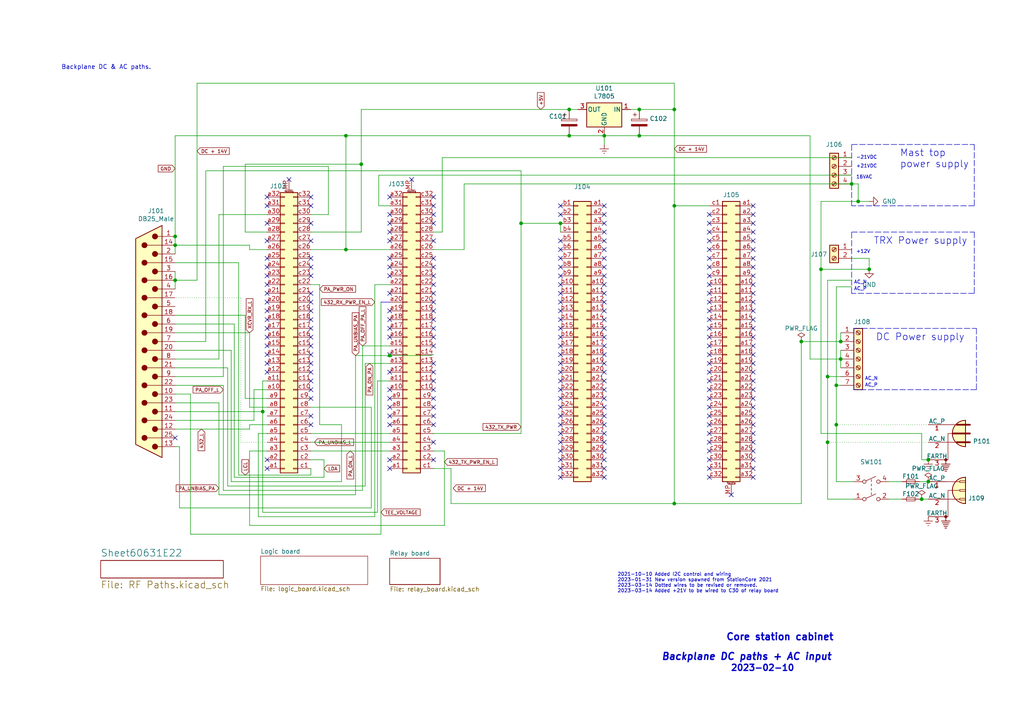
<source format=kicad_sch>
(kicad_sch (version 20230121) (generator eeschema)
  (paper "A4")
  (lib_symbols
    (symbol "AQsymbol-lib:DIN2" (pin_names (offset 0) hide)
      (property "Reference" "J" (at -1.27 40.64 0))
      (symbol "DIN2_1_1"
        (text "Mounting" (at 0 -42.291 0) (effects (font (size 0.381 0.381))))
        (pin passive line (at 0 -45.72 90) (length 3.048) (name "MountPin") (number "MP"))
        (pin passive line (at -6.35 38.1 0) (length 3.81) (name "Pin_a1") (number "a1"))
        (pin passive line (at -6.35 15.24 0) (length 3.81) (name "Pin_a10") (number "a10"))
        (pin passive line (at -6.35 12.7 0) (length 3.81) (name "Pin_a11") (number "a11"))
        (pin passive line (at -6.35 10.16 0) (length 3.81) (name "Pin_a12") (number "a12"))
        (pin passive line (at -6.35 7.62 0) (length 3.81) (name "Pin_a13") (number "a13"))
        (pin passive line (at -6.35 5.08 0) (length 3.81) (name "Pin_a14") (number "a14"))
        (pin passive line (at -6.35 2.54 0) (length 3.81) (name "Pin_a15") (number "a15"))
        (pin passive line (at -6.35 0 0) (length 3.81) (name "Pin_a16") (number "a16"))
        (pin passive line (at -6.35 -2.54 0) (length 3.81) (name "Pin_a17") (number "a17"))
        (pin passive line (at -6.35 -5.08 0) (length 3.81) (name "Pin_a18") (number "a18"))
        (pin passive line (at -6.35 -7.62 0) (length 3.81) (name "Pin_a19") (number "a19"))
        (pin passive line (at -6.35 35.56 0) (length 3.81) (name "Pin_a2") (number "a2"))
        (pin passive line (at -6.35 -10.16 0) (length 3.81) (name "Pin_a20") (number "a20"))
        (pin passive line (at -6.35 -12.7 0) (length 3.81) (name "Pin_a21") (number "a21"))
        (pin passive line (at -6.35 -15.24 0) (length 3.81) (name "Pin_a22") (number "a22"))
        (pin passive line (at -6.35 -17.78 0) (length 3.81) (name "Pin_a23") (number "a23"))
        (pin passive line (at -6.35 -20.32 0) (length 3.81) (name "Pin_a24") (number "a24"))
        (pin passive line (at -6.35 -22.86 0) (length 3.81) (name "Pin_a25") (number "a25"))
        (pin passive line (at -6.35 -25.4 0) (length 3.81) (name "Pin_a26") (number "a26"))
        (pin passive line (at -6.35 -27.94 0) (length 3.81) (name "Pin_a27") (number "a27"))
        (pin passive line (at -6.35 -30.48 0) (length 3.81) (name "Pin_a28") (number "a28"))
        (pin passive line (at -6.35 -33.02 0) (length 3.81) (name "Pin_a29") (number "a29"))
        (pin passive line (at -6.35 33.02 0) (length 3.81) (name "Pin_a3") (number "a3"))
        (pin passive line (at -6.35 -35.56 0) (length 3.81) (name "Pin_a30") (number "a30"))
        (pin passive line (at -6.35 -38.1 0) (length 3.81) (name "Pin_a31") (number "a31"))
        (pin passive line (at -6.35 -40.64 0) (length 3.81) (name "Pin_a32") (number "a32"))
        (pin passive line (at -6.35 30.48 0) (length 3.81) (name "Pin_a4") (number "a4"))
        (pin passive line (at -6.35 27.94 0) (length 3.81) (name "Pin_a5") (number "a5"))
        (pin passive line (at -6.35 25.4 0) (length 3.81) (name "Pin_a6") (number "a6"))
        (pin passive line (at -6.35 22.86 0) (length 3.81) (name "Pin_a7") (number "a7"))
        (pin passive line (at -6.35 20.32 0) (length 3.81) (name "Pin_a8") (number "a8"))
        (pin passive line (at -6.35 17.78 0) (length 3.81) (name "Pin_a9") (number "a9"))
        (pin passive line (at 6.35 38.1 180) (length 3.81) (name "Pin_c1") (number "c1"))
        (pin passive line (at 6.35 15.24 180) (length 3.81) (name "Pin_c10") (number "c10"))
        (pin passive line (at 6.35 12.7 180) (length 3.81) (name "Pin_c11") (number "c11"))
        (pin passive line (at 6.35 10.16 180) (length 3.81) (name "Pin_c12") (number "c12"))
        (pin passive line (at 6.35 7.62 180) (length 3.81) (name "Pin_c13") (number "c13"))
        (pin passive line (at 6.35 5.08 180) (length 3.81) (name "Pin_c14") (number "c14"))
        (pin passive line (at 6.35 2.54 180) (length 3.81) (name "Pin_c15") (number "c15"))
        (pin passive line (at 6.35 0 180) (length 3.81) (name "Pin_c16") (number "c16"))
        (pin passive line (at 6.35 -2.54 180) (length 3.81) (name "Pin_c17") (number "c17"))
        (pin passive line (at 6.35 -5.08 180) (length 3.81) (name "Pin_c18") (number "c18"))
        (pin passive line (at 6.35 -7.62 180) (length 3.81) (name "Pin_c19") (number "c19"))
        (pin passive line (at 6.35 35.56 180) (length 3.81) (name "Pin_c2") (number "c2"))
        (pin passive line (at 6.35 -10.16 180) (length 3.81) (name "Pin_c20") (number "c20"))
        (pin passive line (at 6.35 -12.7 180) (length 3.81) (name "Pin_c21") (number "c21"))
        (pin passive line (at 6.35 -15.24 180) (length 3.81) (name "Pin_c22") (number "c22"))
        (pin passive line (at 6.35 -17.78 180) (length 3.81) (name "Pin_c23") (number "c23"))
        (pin passive line (at 6.35 -20.32 180) (length 3.81) (name "Pin_c24") (number "c24"))
        (pin passive line (at 6.35 -22.86 180) (length 3.81) (name "Pin_c25") (number "c25"))
        (pin passive line (at 6.35 -25.4 180) (length 3.81) (name "Pin_c26") (number "c26"))
        (pin passive line (at 6.35 -27.94 180) (length 3.81) (name "Pin_c27") (number "c27"))
        (pin passive line (at 6.35 -30.48 180) (length 3.81) (name "Pin_c28") (number "c28"))
        (pin passive line (at 6.35 -33.02 180) (length 3.81) (name "Pin_c29") (number "c29"))
        (pin passive line (at 6.35 33.02 180) (length 3.81) (name "Pin_c3") (number "c3"))
        (pin passive line (at 6.35 -35.56 180) (length 3.81) (name "Pin_c30") (number "c30"))
        (pin passive line (at 6.35 -38.1 180) (length 3.81) (name "Pin_c31") (number "c31"))
        (pin passive line (at 6.35 -40.64 180) (length 3.81) (name "Pin_c32") (number "c32"))
        (pin passive line (at 6.35 30.48 180) (length 3.81) (name "Pin_c4") (number "c4"))
        (pin passive line (at 6.35 27.94 180) (length 3.81) (name "Pin_c5") (number "c5"))
        (pin passive line (at 6.35 25.4 180) (length 3.81) (name "Pin_c6") (number "c6"))
        (pin passive line (at 6.35 22.86 180) (length 3.81) (name "Pin_c7") (number "c7"))
        (pin passive line (at 6.35 20.32 180) (length 3.81) (name "Pin_c8") (number "c8"))
        (pin passive line (at 6.35 17.78 180) (length 3.81) (name "Pin_c9") (number "c9"))
      )
    )
    (symbol "Connector:Conn_WallPlug_Earth" (pin_names (offset 0))
      (property "Reference" "P" (at 0 3.81 0))
      (property "Value" "Conn_WallPlug_Earth" (at -5.08 0 90))
      (symbol "Conn_WallPlug_Earth_1_1"
        (pin power_out line (at 7.62 2.54 180) (length 5.08) (name "AC_P") (number "1"))
        (pin power_out line (at 7.62 -2.54 180) (length 5.08) (name "AC_N") (number "2"))
        (pin passive line (at 7.62 -7.62 180) (length 5.08) (name "EARTH") (number "3"))
      )
    )
    (symbol "Connector:Conn_WallSocket_Earth" (pin_names (offset 0))
      (property "Reference" "J" (at 3.81 6.985 0))
      (property "Value" "Conn_WallSocket_Earth" (at 7.62 2.54 90))
      (symbol "Conn_WallSocket_Earth_1_1"
        (pin power_in line (at -5.08 5.08 0) (length 5.08) (name "AC_P") (number "1"))
        (pin power_in line (at -5.08 0 0) (length 5.08) (name "AC_N") (number "2"))
        (pin passive line (at -5.08 -5.08 0) (length 5.08) (name "EARTH") (number "3"))
      )
    )
    (symbol "Connector:DB25_Male" (pin_names (offset 1.016) hide)
      (property "Reference" "J" (at 0 34.29 0))
      (property "Value" "DB25_Male" (at 0 -34.925 0))
      (symbol "DB25_Male_1_1"
        (pin passive line (at -7.62 -30.48 0) (length 3.81) (name "1") (number "1"))
        (pin passive line (at -7.62 15.24 0) (length 3.81) (name "10") (number "10"))
        (pin passive line (at -7.62 20.32 0) (length 3.81) (name "11") (number "11"))
        (pin passive line (at -7.62 25.4 0) (length 3.81) (name "12") (number "12"))
        (pin passive line (at -7.62 30.48 0) (length 3.81) (name "13") (number "13"))
        (pin passive line (at -7.62 -27.94 0) (length 3.81) (name "P14") (number "14"))
        (pin passive line (at -7.62 -22.86 0) (length 3.81) (name "P15") (number "15"))
        (pin passive line (at -7.62 -17.78 0) (length 3.81) (name "P16") (number "16"))
        (pin passive line (at -7.62 -12.7 0) (length 3.81) (name "P17") (number "17"))
        (pin passive line (at -7.62 -7.62 0) (length 3.81) (name "P18") (number "18"))
        (pin passive line (at -7.62 -2.54 0) (length 3.81) (name "P19") (number "19"))
        (pin passive line (at -7.62 -25.4 0) (length 3.81) (name "2") (number "2"))
        (pin passive line (at -7.62 2.54 0) (length 3.81) (name "P20") (number "20"))
        (pin passive line (at -7.62 7.62 0) (length 3.81) (name "P21") (number "21"))
        (pin passive line (at -7.62 12.7 0) (length 3.81) (name "P22") (number "22"))
        (pin passive line (at -7.62 17.78 0) (length 3.81) (name "P23") (number "23"))
        (pin passive line (at -7.62 22.86 0) (length 3.81) (name "P24") (number "24"))
        (pin passive line (at -7.62 27.94 0) (length 3.81) (name "P25") (number "25"))
        (pin passive line (at -7.62 -20.32 0) (length 3.81) (name "3") (number "3"))
        (pin passive line (at -7.62 -15.24 0) (length 3.81) (name "4") (number "4"))
        (pin passive line (at -7.62 -10.16 0) (length 3.81) (name "5") (number "5"))
        (pin passive line (at -7.62 -5.08 0) (length 3.81) (name "6") (number "6"))
        (pin passive line (at -7.62 0 0) (length 3.81) (name "7") (number "7"))
        (pin passive line (at -7.62 5.08 0) (length 3.81) (name "8") (number "8"))
        (pin passive line (at -7.62 10.16 0) (length 3.81) (name "9") (number "9"))
      )
    )
    (symbol "Connector:Screw_Terminal_01x02" (pin_names (offset 1.016) hide)
      (property "Reference" "J" (at 0 2.54 0))
      (property "Value" "Screw_Terminal_01x02" (at 0 -5.08 0))
      (symbol "Screw_Terminal_01x02_1_1"
        (pin passive line (at -5.08 0 0) (length 3.81) (name "Pin_1") (number "1"))
        (pin passive line (at -5.08 -2.54 0) (length 3.81) (name "Pin_2") (number "2"))
      )
    )
    (symbol "Connector:Screw_Terminal_01x04" (pin_names (offset 1.016) hide)
      (property "Reference" "J" (at 0 5.08 0))
      (property "Value" "Screw_Terminal_01x04" (at 0 -7.62 0))
      (symbol "Screw_Terminal_01x04_1_1"
        (pin passive line (at -5.08 2.54 0) (length 3.81) (name "Pin_1") (number "1"))
        (pin passive line (at -5.08 0 0) (length 3.81) (name "Pin_2") (number "2"))
        (pin passive line (at -5.08 -2.54 0) (length 3.81) (name "Pin_3") (number "3"))
        (pin passive line (at -5.08 -5.08 0) (length 3.81) (name "Pin_4") (number "4"))
      )
    )
    (symbol "Connector:Screw_Terminal_01x07" (pin_names (offset 1.016) hide)
      (property "Reference" "J" (at 0 10.16 0))
      (property "Value" "Screw_Terminal_01x07" (at 0 -10.16 0))
      (symbol "Screw_Terminal_01x07_1_1"
        (pin passive line (at -5.08 7.62 0) (length 3.81) (name "Pin_1") (number "1"))
        (pin passive line (at -5.08 5.08 0) (length 3.81) (name "Pin_2") (number "2"))
        (pin passive line (at -5.08 2.54 0) (length 3.81) (name "Pin_3") (number "3"))
        (pin passive line (at -5.08 0 0) (length 3.81) (name "Pin_4") (number "4"))
        (pin passive line (at -5.08 -2.54 0) (length 3.81) (name "Pin_5") (number "5"))
        (pin passive line (at -5.08 -5.08 0) (length 3.81) (name "Pin_6") (number "6"))
        (pin passive line (at -5.08 -7.62 0) (length 3.81) (name "Pin_7") (number "7"))
      )
    )
    (symbol "Connector_Generic:Conn_02x32_Row_Letter_First" (pin_names (offset 1.016) hide)
      (property "Reference" "J" (at 1.27 40.64 0))
      (property "Value" "Conn_02x32_Row_Letter_First" (at 1.27 -43.18 0))
      (symbol "Conn_02x32_Row_Letter_First_1_1"
        (pin passive line (at -5.08 38.1 0) (length 3.81) (name "Pin_a1") (number "a1"))
        (pin passive line (at -5.08 15.24 0) (length 3.81) (name "Pin_a10") (number "a10"))
        (pin passive line (at -5.08 12.7 0) (length 3.81) (name "Pin_a11") (number "a11"))
        (pin passive line (at -5.08 10.16 0) (length 3.81) (name "Pin_a12") (number "a12"))
        (pin passive line (at -5.08 7.62 0) (length 3.81) (name "Pin_a13") (number "a13"))
        (pin passive line (at -5.08 5.08 0) (length 3.81) (name "Pin_a14") (number "a14"))
        (pin passive line (at -5.08 2.54 0) (length 3.81) (name "Pin_a15") (number "a15"))
        (pin passive line (at -5.08 0 0) (length 3.81) (name "Pin_a16") (number "a16"))
        (pin passive line (at -5.08 -2.54 0) (length 3.81) (name "Pin_a17") (number "a17"))
        (pin passive line (at -5.08 -5.08 0) (length 3.81) (name "Pin_a18") (number "a18"))
        (pin passive line (at -5.08 -7.62 0) (length 3.81) (name "Pin_a19") (number "a19"))
        (pin passive line (at -5.08 35.56 0) (length 3.81) (name "Pin_a2") (number "a2"))
        (pin passive line (at -5.08 -10.16 0) (length 3.81) (name "Pin_a20") (number "a20"))
        (pin passive line (at -5.08 -12.7 0) (length 3.81) (name "Pin_a21") (number "a21"))
        (pin passive line (at -5.08 -15.24 0) (length 3.81) (name "Pin_a22") (number "a22"))
        (pin passive line (at -5.08 -17.78 0) (length 3.81) (name "Pin_a23") (number "a23"))
        (pin passive line (at -5.08 -20.32 0) (length 3.81) (name "Pin_a24") (number "a24"))
        (pin passive line (at -5.08 -22.86 0) (length 3.81) (name "Pin_a25") (number "a25"))
        (pin passive line (at -5.08 -25.4 0) (length 3.81) (name "Pin_a26") (number "a26"))
        (pin passive line (at -5.08 -27.94 0) (length 3.81) (name "Pin_a27") (number "a27"))
        (pin passive line (at -5.08 -30.48 0) (length 3.81) (name "Pin_a28") (number "a28"))
        (pin passive line (at -5.08 -33.02 0) (length 3.81) (name "Pin_a29") (number "a29"))
        (pin passive line (at -5.08 33.02 0) (length 3.81) (name "Pin_a3") (number "a3"))
        (pin passive line (at -5.08 -35.56 0) (length 3.81) (name "Pin_a30") (number "a30"))
        (pin passive line (at -5.08 -38.1 0) (length 3.81) (name "Pin_a31") (number "a31"))
        (pin passive line (at -5.08 -40.64 0) (length 3.81) (name "Pin_a32") (number "a32"))
        (pin passive line (at -5.08 30.48 0) (length 3.81) (name "Pin_a4") (number "a4"))
        (pin passive line (at -5.08 27.94 0) (length 3.81) (name "Pin_a5") (number "a5"))
        (pin passive line (at -5.08 25.4 0) (length 3.81) (name "Pin_a6") (number "a6"))
        (pin passive line (at -5.08 22.86 0) (length 3.81) (name "Pin_a7") (number "a7"))
        (pin passive line (at -5.08 20.32 0) (length 3.81) (name "Pin_a8") (number "a8"))
        (pin passive line (at -5.08 17.78 0) (length 3.81) (name "Pin_a9") (number "a9"))
        (pin passive line (at 7.62 38.1 180) (length 3.81) (name "Pin_b1") (number "b1"))
        (pin passive line (at 7.62 15.24 180) (length 3.81) (name "Pin_b10") (number "b10"))
        (pin passive line (at 7.62 12.7 180) (length 3.81) (name "Pin_b11") (number "b11"))
        (pin passive line (at 7.62 10.16 180) (length 3.81) (name "Pin_b12") (number "b12"))
        (pin passive line (at 7.62 7.62 180) (length 3.81) (name "Pin_b13") (number "b13"))
        (pin passive line (at 7.62 5.08 180) (length 3.81) (name "Pin_b14") (number "b14"))
        (pin passive line (at 7.62 2.54 180) (length 3.81) (name "Pin_b15") (number "b15"))
        (pin passive line (at 7.62 0 180) (length 3.81) (name "Pin_b16") (number "b16"))
        (pin passive line (at 7.62 -2.54 180) (length 3.81) (name "Pin_b17") (number "b17"))
        (pin passive line (at 7.62 -5.08 180) (length 3.81) (name "Pin_b18") (number "b18"))
        (pin passive line (at 7.62 -7.62 180) (length 3.81) (name "Pin_b19") (number "b19"))
        (pin passive line (at 7.62 35.56 180) (length 3.81) (name "Pin_b2") (number "b2"))
        (pin passive line (at 7.62 -10.16 180) (length 3.81) (name "Pin_b20") (number "b20"))
        (pin passive line (at 7.62 -12.7 180) (length 3.81) (name "Pin_b21") (number "b21"))
        (pin passive line (at 7.62 -15.24 180) (length 3.81) (name "Pin_b22") (number "b22"))
        (pin passive line (at 7.62 -17.78 180) (length 3.81) (name "Pin_b23") (number "b23"))
        (pin passive line (at 7.62 -20.32 180) (length 3.81) (name "Pin_b24") (number "b24"))
        (pin passive line (at 7.62 -22.86 180) (length 3.81) (name "Pin_b25") (number "b25"))
        (pin passive line (at 7.62 -25.4 180) (length 3.81) (name "Pin_b26") (number "b26"))
        (pin passive line (at 7.62 -27.94 180) (length 3.81) (name "Pin_b27") (number "b27"))
        (pin passive line (at 7.62 -30.48 180) (length 3.81) (name "Pin_b28") (number "b28"))
        (pin passive line (at 7.62 -33.02 180) (length 3.81) (name "Pin_b29") (number "b29"))
        (pin passive line (at 7.62 33.02 180) (length 3.81) (name "Pin_b3") (number "b3"))
        (pin passive line (at 7.62 -35.56 180) (length 3.81) (name "Pin_b30") (number "b30"))
        (pin passive line (at 7.62 -38.1 180) (length 3.81) (name "Pin_b31") (number "b31"))
        (pin passive line (at 7.62 -40.64 180) (length 3.81) (name "Pin_b32") (number "b32"))
        (pin passive line (at 7.62 30.48 180) (length 3.81) (name "Pin_b4") (number "b4"))
        (pin passive line (at 7.62 27.94 180) (length 3.81) (name "Pin_b5") (number "b5"))
        (pin passive line (at 7.62 25.4 180) (length 3.81) (name "Pin_b6") (number "b6"))
        (pin passive line (at 7.62 22.86 180) (length 3.81) (name "Pin_b7") (number "b7"))
        (pin passive line (at 7.62 20.32 180) (length 3.81) (name "Pin_b8") (number "b8"))
        (pin passive line (at 7.62 17.78 180) (length 3.81) (name "Pin_b9") (number "b9"))
      )
    )
    (symbol "Device:Fuse_Small" (pin_numbers hide) (pin_names (offset 0.254) hide)
      (property "Reference" "F" (at 0 -1.524 0))
      (property "Value" "Fuse_Small" (at 0 1.524 0))
      (symbol "Fuse_Small_1_1"
        (pin passive line (at -2.54 0 0) (length 1.27) (name "~") (number "1"))
        (pin passive line (at 2.54 0 180) (length 1.27) (name "~") (number "2"))
      )
    )
    (symbol "Regulator_Linear:L7805" (pin_names (offset 0.254))
      (property "Reference" "U" (at -3.81 3.175 0))
      (property "Value" "L7805" (at 0 3.175 0))
      (symbol "L7805_1_1"
        (pin power_in line (at -7.62 0 0) (length 2.54) (name "IN") (number "1"))
        (pin power_in line (at 0 -7.62 90) (length 2.54) (name "GND") (number "2"))
        (pin power_out line (at 7.62 0 180) (length 2.54) (name "OUT") (number "3"))
      )
    )
    (symbol "StationCore-rescue:CP-Device" (pin_numbers hide) (pin_names (offset 0.254))
      (property "Reference" "C" (at 0.635 2.54 0))
      (property "Value" "CP-Device" (at 0.635 -2.54 0))
      (symbol "CP-Device_1_1"
        (pin passive line (at 0 3.81 270) (length 2.794) (name "~") (number "1"))
        (pin passive line (at 0 -3.81 90) (length 2.794) (name "~") (number "2"))
      )
    )
    (symbol "Switch:SW_DPST" (pin_names (offset 0) hide)
      (property "Reference" "SW" (at 0 5.08 0))
      (property "Value" "SW_DPST" (at 0 -5.08 0))
      (symbol "SW_DPST_1_1"
        (pin passive line (at -5.08 -2.54 0) (length 2.54) (name "1") (number "1"))
        (pin passive line (at 5.08 -2.54 180) (length 2.54) (name "2") (number "2"))
        (pin passive line (at -5.08 2.54 0) (length 2.54) (name "3") (number "3"))
        (pin passive line (at 5.08 2.54 180) (length 2.54) (name "4") (number "4"))
      )
    )
    (symbol "power:Earth" (power) (pin_names (offset 0))
      (symbol "Earth_1_1"
        (pin power_in line (at 0 0 270) (length 0) hide (name "Earth") (number "1"))
      )
    )
    (symbol "power:GND" (power) (pin_names (offset 0))
      (property "Value" "GND" (at 0 -3.81 0))
      (symbol "GND_1_1"
        (pin power_in line (at 0 0 270) (length 0) hide (name "GND") (number "1"))
      )
    )
    (symbol "power:PWR_FLAG" (power) (pin_numbers hide) (pin_names (offset 0) hide)
      (property "Value" "PWR_FLAG" (at 0 3.81 0))
      (symbol "PWR_FLAG_0_0"
        (pin power_out line (at 0 0 90) (length 0) (name "pwr") (number "1"))
      )
    )
  )
  (junction (at 195.58 146.05) (diameter 0.9144))
  (junction (at 267.335 144.78) (diameter 0.9144))
  (junction (at 165.1 31.75) (diameter 0.9144))
  (junction (at 240.03 128.27) (diameter 0.9144))
  (junction (at 100.33 39.37) (diameter 0.9144))
  (junction (at 165.1 39.37) (diameter 0.9144))
  (junction (at 50.8 68.58) (diameter 0.9144))
  (junction (at 269.24 139.7) (diameter 0.9144))
  (junction (at 104.775 47.625) (diameter 0.9144))
  (junction (at 243.84 104.14) (diameter 0.9144))
  (junction (at 242.57 123.19) (diameter 0.9144))
  (junction (at 100.33 72.39))
  (junction (at 113.03 103.124))
  (junction (at 248.92 58.42))
  (junction (at 185.42 31.75) (diameter 0.9144))
  (junction (at 243.84 99.06) (diameter 0.9144))
  (junction (at 162.56 64.77) (diameter 0.9144))
  (junction (at 50.8 71.12) (diameter 0.9144))
  (junction (at 175.26 39.37) (diameter 0.9144))
  (junction (at 76.2 119.38))
  (junction (at 269.24 133.35) (diameter 0.9144))
  (junction (at 252.095 78.105))
  (junction (at 247.015 53.34))
  (junction (at 151.13 64.77) (diameter 0.9144))
  (junction (at 195.58 59.69) (diameter 0.9144))
  (junction (at 240.03 109.22) (diameter 0.9144))
  (junction (at 185.42 39.37) (diameter 0.9144))
  (junction (at 238.125 78.105))
  (junction (at 195.58 31.75) (diameter 0.9144))
  (junction (at 242.57 111.76) (diameter 0.9144))
  (junction (at 232.41 99.06) (diameter 0.9144))
  (junction (at 50.8 81.28) (diameter 0.9144))
  (no_connect (at 113.03 102.87))
  (no_connect (at 50.8 127))
  (no_connect (at 77.47 57.15))
  (no_connect (at 77.47 59.69))
  (no_connect (at 77.47 64.77))
  (no_connect (at 77.47 69.85))
  (no_connect (at 77.47 74.93))
  (no_connect (at 77.47 77.47))
  (no_connect (at 77.47 80.01))
  (no_connect (at 77.47 82.55))
  (no_connect (at 77.47 85.09))
  (no_connect (at 77.47 87.63))
  (no_connect (at 77.47 90.17))
  (no_connect (at 77.47 92.71))
  (no_connect (at 77.47 95.25))
  (no_connect (at 77.47 97.79))
  (no_connect (at 77.47 100.33))
  (no_connect (at 77.47 102.87))
  (no_connect (at 77.47 105.41))
  (no_connect (at 77.47 107.95))
  (no_connect (at 77.47 133.35))
  (no_connect (at 77.47 135.89))
  (no_connect (at 83.82 52.07))
  (no_connect (at 90.17 57.15))
  (no_connect (at 90.17 59.69))
  (no_connect (at 90.17 64.77))
  (no_connect (at 90.17 69.85))
  (no_connect (at 90.17 74.93))
  (no_connect (at 90.17 77.47))
  (no_connect (at 90.17 80.01))
  (no_connect (at 90.17 85.09))
  (no_connect (at 90.17 87.63))
  (no_connect (at 90.17 90.17))
  (no_connect (at 90.17 92.71))
  (no_connect (at 90.17 95.25))
  (no_connect (at 90.17 97.79))
  (no_connect (at 90.17 100.33))
  (no_connect (at 90.17 102.87))
  (no_connect (at 90.17 105.41))
  (no_connect (at 90.17 107.95))
  (no_connect (at 90.17 110.49))
  (no_connect (at 90.17 113.03))
  (no_connect (at 90.17 115.57))
  (no_connect (at 90.17 120.65))
  (no_connect (at 90.17 123.19))
  (no_connect (at 113.03 57.15))
  (no_connect (at 113.03 62.23))
  (no_connect (at 113.03 64.77))
  (no_connect (at 113.03 67.31))
  (no_connect (at 113.03 69.85))
  (no_connect (at 113.03 74.93))
  (no_connect (at 113.03 77.47))
  (no_connect (at 113.03 80.01))
  (no_connect (at 113.03 85.09))
  (no_connect (at 113.03 90.17))
  (no_connect (at 113.03 92.71))
  (no_connect (at 113.03 95.25))
  (no_connect (at 113.03 97.79))
  (no_connect (at 119.38 52.07))
  (no_connect (at 125.73 57.15))
  (no_connect (at 125.73 59.69))
  (no_connect (at 125.73 64.77))
  (no_connect (at 125.73 69.85))
  (no_connect (at 125.73 74.93))
  (no_connect (at 125.73 77.47))
  (no_connect (at 125.73 80.01))
  (no_connect (at 125.73 82.55))
  (no_connect (at 125.73 85.09))
  (no_connect (at 205.74 62.23))
  (no_connect (at 205.74 67.31))
  (no_connect (at 205.74 69.85))
  (no_connect (at 205.74 72.39))
  (no_connect (at 205.74 74.93))
  (no_connect (at 205.74 77.47))
  (no_connect (at 205.74 80.01))
  (no_connect (at 205.74 82.55))
  (no_connect (at 205.74 85.09))
  (no_connect (at 205.74 87.63))
  (no_connect (at 205.74 90.17))
  (no_connect (at 205.74 92.71))
  (no_connect (at 205.74 95.25))
  (no_connect (at 205.74 97.79))
  (no_connect (at 205.74 100.33))
  (no_connect (at 205.74 102.87))
  (no_connect (at 205.74 105.41))
  (no_connect (at 205.74 107.95))
  (no_connect (at 205.74 110.49))
  (no_connect (at 205.74 113.03))
  (no_connect (at 205.74 115.57))
  (no_connect (at 205.74 118.11))
  (no_connect (at 205.74 120.65))
  (no_connect (at 205.74 123.19))
  (no_connect (at 205.74 125.73))
  (no_connect (at 205.74 128.27))
  (no_connect (at 205.74 130.81))
  (no_connect (at 205.74 133.35))
  (no_connect (at 205.74 135.89))
  (no_connect (at 205.74 138.43))
  (no_connect (at 218.44 59.69))
  (no_connect (at 218.44 62.23))
  (no_connect (at 218.44 64.77))
  (no_connect (at 218.44 67.31))
  (no_connect (at 218.44 69.85))
  (no_connect (at 218.44 72.39))
  (no_connect (at 218.44 74.93))
  (no_connect (at 218.44 77.47))
  (no_connect (at 218.44 80.01))
  (no_connect (at 218.44 82.55))
  (no_connect (at 218.44 85.09))
  (no_connect (at 218.44 87.63))
  (no_connect (at 218.44 90.17))
  (no_connect (at 218.44 92.71))
  (no_connect (at 218.44 95.25))
  (no_connect (at 218.44 97.79))
  (no_connect (at 218.44 100.33))
  (no_connect (at 218.44 102.87))
  (no_connect (at 218.44 105.41))
  (no_connect (at 218.44 107.95))
  (no_connect (at 218.44 110.49))
  (no_connect (at 218.44 113.03))
  (no_connect (at 218.44 115.57))
  (no_connect (at 218.44 118.11))
  (no_connect (at 218.44 120.65))
  (no_connect (at 218.44 123.19))
  (no_connect (at 218.44 125.73))
  (no_connect (at 218.44 128.27))
  (no_connect (at 218.44 130.81))
  (no_connect (at 218.44 133.35))
  (no_connect (at 218.44 135.89))
  (no_connect (at 218.44 138.43))
  (no_connect (at 125.73 62.23))
  (no_connect (at 205.74 64.77))
  (no_connect (at 212.09 143.51))
  (no_connect (at 113.03 107.95))
  (no_connect (at 113.03 113.03))
  (no_connect (at 113.03 118.11))
  (no_connect (at 113.03 115.57))
  (no_connect (at 113.03 120.65))
  (no_connect (at 113.03 123.19))
  (no_connect (at 113.03 133.35))
  (no_connect (at 113.03 135.89))
  (no_connect (at 125.73 87.63))
  (no_connect (at 125.73 90.17))
  (no_connect (at 125.73 92.71))
  (no_connect (at 125.73 95.25))
  (no_connect (at 125.73 97.79))
  (no_connect (at 125.73 100.33))
  (no_connect (at 125.73 105.41))
  (no_connect (at 125.73 107.95))
  (no_connect (at 125.73 110.49))
  (no_connect (at 125.73 113.03))
  (no_connect (at 125.73 115.57))
  (no_connect (at 125.73 118.11))
  (no_connect (at 125.73 120.65))
  (no_connect (at 125.73 123.19))
  (no_connect (at 125.73 128.27))
  (no_connect (at 125.73 133.35))
  (no_connect (at 162.56 59.69))
  (no_connect (at 162.56 62.23))
  (no_connect (at 162.56 69.85))
  (no_connect (at 162.56 72.39))
  (no_connect (at 162.56 74.93))
  (no_connect (at 162.56 77.47))
  (no_connect (at 162.56 80.01))
  (no_connect (at 162.56 82.55))
  (no_connect (at 162.56 85.09))
  (no_connect (at 162.56 87.63))
  (no_connect (at 162.56 90.17))
  (no_connect (at 162.56 92.71))
  (no_connect (at 162.56 95.25))
  (no_connect (at 162.56 97.79))
  (no_connect (at 162.56 100.33))
  (no_connect (at 162.56 102.87))
  (no_connect (at 162.56 105.41))
  (no_connect (at 162.56 107.95))
  (no_connect (at 162.56 110.49))
  (no_connect (at 162.56 113.03))
  (no_connect (at 162.56 115.57))
  (no_connect (at 162.56 118.11))
  (no_connect (at 162.56 120.65))
  (no_connect (at 162.56 123.19))
  (no_connect (at 162.56 125.73))
  (no_connect (at 162.56 128.27))
  (no_connect (at 162.56 130.81))
  (no_connect (at 162.56 133.35))
  (no_connect (at 162.56 135.89))
  (no_connect (at 162.56 138.43))
  (no_connect (at 175.26 59.69))
  (no_connect (at 175.26 62.23))
  (no_connect (at 175.26 64.77))
  (no_connect (at 175.26 67.31))
  (no_connect (at 175.26 69.85))
  (no_connect (at 175.26 72.39))
  (no_connect (at 175.26 74.93))
  (no_connect (at 175.26 77.47))
  (no_connect (at 175.26 80.01))
  (no_connect (at 175.26 82.55))
  (no_connect (at 175.26 85.09))
  (no_connect (at 175.26 87.63))
  (no_connect (at 175.26 90.17))
  (no_connect (at 175.26 92.71))
  (no_connect (at 175.26 95.25))
  (no_connect (at 175.26 97.79))
  (no_connect (at 175.26 100.33))
  (no_connect (at 175.26 102.87))
  (no_connect (at 175.26 105.41))
  (no_connect (at 175.26 107.95))
  (no_connect (at 175.26 110.49))
  (no_connect (at 175.26 113.03))
  (no_connect (at 175.26 115.57))
  (no_connect (at 175.26 118.11))
  (no_connect (at 175.26 120.65))
  (no_connect (at 175.26 123.19))
  (no_connect (at 175.26 125.73))
  (no_connect (at 175.26 128.27))
  (no_connect (at 175.26 130.81))
  (no_connect (at 175.26 133.35))
  (no_connect (at 175.26 135.89))
  (no_connect (at 175.26 138.43))
  (wire (pts (xy 90.17 67.31) (xy 104.775 67.31)))
  (wire (pts (xy 104.775 67.31) (xy 104.775 47.625)))
  (wire (pts (xy 240.03 81.28) (xy 247.015 81.28)))
  (wire (pts (xy 240.03 109.22) (xy 240.03 81.28)))
  (wire (pts (xy 50.8 104.14) (xy 63.5 104.14)))
  (wire (pts (xy 55.245 154.94) (xy 110.49 154.94)))
  (wire (pts (xy 72.39 118.11) (xy 72.39 96.52)))
  (polyline (pts (xy 247.015 85.09) (xy 247.015 67.31)) (stroke (width 0) (type dash)))
  (wire (pts (xy 100.33 39.37) (xy 165.1 39.37)))
  (wire (pts (xy 109.855 50.8) (xy 109.855 59.69)))
  (wire (pts (xy 125.095 102.87) (xy 125.095 103.124)))
  (wire (pts (xy 66.04 106.68) (xy 50.8 106.68)))
  (wire (pts (xy 195.58 59.69) (xy 205.74 59.69)))
  (wire (pts (xy 113.03 72.39) (xy 100.33 72.39)))
  (polyline (pts (xy 247.015 67.31) (xy 282.575 67.31)) (stroke (width 0) (type dash)))
  (wire (pts (xy 59.69 99.06) (xy 59.69 49.53)))
  (wire (pts (xy 108.712 82.55) (xy 113.03 82.55)))
  (wire (pts (xy 266.7 144.78) (xy 267.335 144.78)))
  (wire (pts (xy 267.335 144.78) (xy 269.24 144.78)))
  (wire (pts (xy 90.17 82.55) (xy 92.71 82.55)))
  (wire (pts (xy 95.25 62.23) (xy 90.17 62.23)))
  (wire (pts (xy 90.17 72.39) (xy 100.33 72.39)))
  (polyline (pts (xy 283.21 113.03) (xy 247.65 113.03)) (stroke (width 0) (type dash)))
  (wire (pts (xy 104.775 31.75) (xy 165.1 31.75)))
  (wire (pts (xy 104.775 47.625) (xy 104.775 31.75)))
  (wire (pts (xy 50.8 129.54) (xy 52.07 129.54)))
  (wire (pts (xy 109.474 110.49) (xy 113.03 110.49)))
  (wire (pts (xy 269.24 128.27) (xy 240.03 128.27)) (stroke (width 0) (type dot)))
  (wire (pts (xy 266.7 139.7) (xy 269.24 139.7)))
  (wire (pts (xy 240.03 128.27) (xy 240.03 144.78)))
  (wire (pts (xy 69.85 128.27) (xy 69.85 86.36)) (stroke (width 0) (type dot)))
  (wire (pts (xy 72.39 96.52) (xy 50.8 96.52)))
  (wire (pts (xy 109.474 110.49) (xy 109.474 148.59)))
  (wire (pts (xy 238.125 78.105) (xy 252.095 78.105)))
  (wire (pts (xy 238.125 125.73) (xy 238.125 78.105)))
  (wire (pts (xy 267.335 125.73) (xy 238.125 125.73)))
  (polyline (pts (xy 247.65 113.03) (xy 247.65 95.25)) (stroke (width 0) (type dash)))
  (wire (pts (xy 130.81 146.05) (xy 195.58 146.05)))
  (wire (pts (xy 247.015 53.34) (xy 248.92 53.34)))
  (wire (pts (xy 151.13 64.77) (xy 151.13 125.73)))
  (wire (pts (xy 77.47 72.39) (xy 72.39 72.39)))
  (wire (pts (xy 90.17 128.27) (xy 113.03 128.27)))
  (wire (pts (xy 76.2 119.38) (xy 76.2 148.59)))
  (wire (pts (xy 243.84 104.14) (xy 234.95 104.14)))
  (wire (pts (xy 57.15 24.13) (xy 57.15 81.28)))
  (wire (pts (xy 103.124 103.124) (xy 113.03 103.124)))
  (wire (pts (xy 151.13 125.73) (xy 125.73 125.73)))
  (polyline (pts (xy 282.575 59.69) (xy 247.015 59.69)) (stroke (width 0) (type dash)))
  (polyline (pts (xy 247.015 59.69) (xy 247.015 41.91)) (stroke (width 0) (type dash)))
  (wire (pts (xy 182.88 31.75) (xy 185.42 31.75)))
  (wire (pts (xy 72.39 118.11) (xy 77.47 118.11)))
  (wire (pts (xy 99.06 123.19) (xy 99.06 139.7)))
  (polyline (pts (xy 282.575 85.09) (xy 247.015 85.09)) (stroke (width 0) (type dash)))
  (wire (pts (xy 240.03 109.22) (xy 240.03 128.27)))
  (wire (pts (xy 113.03 102.87) (xy 113.03 103.124)))
  (wire (pts (xy 242.57 123.19) (xy 242.57 139.7)))
  (wire (pts (xy 247.015 74.93) (xy 252.095 74.93)))
  (wire (pts (xy 232.41 99.06) (xy 243.84 99.06)))
  (wire (pts (xy 74.93 149.86) (xy 108.712 149.86)))
  (wire (pts (xy 165.1 39.37) (xy 175.26 39.37)))
  (wire (pts (xy 110.49 154.94) (xy 110.49 87.63)))
  (wire (pts (xy 238.125 58.42) (xy 238.125 78.105)))
  (wire (pts (xy 64.77 142.24) (xy 105.156 142.24)))
  (wire (pts (xy 50.8 78.74) (xy 50.8 81.28)))
  (wire (pts (xy 50.8 124.46) (xy 72.39 124.46)))
  (wire (pts (xy 243.84 96.52) (xy 243.84 99.06)))
  (wire (pts (xy 269.24 123.19) (xy 242.57 123.19)) (stroke (width 0) (type dot)))
  (wire (pts (xy 52.07 129.54) (xy 52.07 147.32)))
  (wire (pts (xy 57.15 24.13) (xy 195.58 24.13)))
  (wire (pts (xy 195.58 24.13) (xy 195.58 31.75)))
  (wire (pts (xy 66.04 140.97) (xy 66.04 106.68)))
  (wire (pts (xy 50.8 71.12) (xy 50.8 73.66)))
  (wire (pts (xy 50.8 81.28) (xy 50.8 83.82)))
  (wire (pts (xy 175.26 39.37) (xy 175.26 41.91)))
  (wire (pts (xy 71.12 115.57) (xy 77.47 115.57)))
  (wire (pts (xy 243.84 101.6) (xy 243.84 104.14)))
  (wire (pts (xy 50.8 114.3) (xy 55.245 114.3)))
  (wire (pts (xy 105.918 105.41) (xy 113.03 105.41)))
  (wire (pts (xy 72.39 123.19) (xy 77.47 123.19)))
  (wire (pts (xy 243.84 111.76) (xy 242.57 111.76)))
  (polyline (pts (xy 282.575 41.91) (xy 282.575 59.69)) (stroke (width 0) (type dash)))
  (wire (pts (xy 63.5 116.84) (xy 50.8 116.84)))
  (wire (pts (xy 243.84 109.22) (xy 240.03 109.22)))
  (wire (pts (xy 128.27 45.72) (xy 128.27 67.31)))
  (wire (pts (xy 63.5 62.23) (xy 77.47 62.23)))
  (wire (pts (xy 50.8 93.98) (xy 67.945 93.98)))
  (wire (pts (xy 67.945 93.98) (xy 67.945 138.43)))
  (wire (pts (xy 67.945 138.43) (xy 93.98 138.43)))
  (wire (pts (xy 93.98 133.35) (xy 90.17 133.35)))
  (wire (pts (xy 93.98 138.43) (xy 93.98 133.35)))
  (wire (pts (xy 242.57 83.185) (xy 247.015 83.185)))
  (wire (pts (xy 242.57 111.76) (xy 242.57 83.185)))
  (polyline (pts (xy 283.21 95.25) (xy 283.21 113.03)) (stroke (width 0) (type dash)))
  (wire (pts (xy 165.1 31.75) (xy 167.64 31.75)))
  (wire (pts (xy 257.81 144.78) (xy 261.62 144.78)))
  (wire (pts (xy 64.77 48.26) (xy 95.25 48.26)))
  (wire (pts (xy 240.03 144.78) (xy 247.65 144.78)))
  (wire (pts (xy 63.5 104.14) (xy 63.5 62.23)))
  (wire (pts (xy 243.84 104.14) (xy 243.84 106.68)))
  (wire (pts (xy 50.8 76.2) (xy 69.215 76.2)))
  (polyline (pts (xy 247.65 95.25) (xy 283.21 95.25)) (stroke (width 0) (type dash)))
  (polyline (pts (xy 247.015 41.91) (xy 282.575 41.91)) (stroke (width 0) (type dash)))
  (wire (pts (xy 257.81 139.7) (xy 261.62 139.7)))
  (wire (pts (xy 252.095 74.93) (xy 252.095 78.105)))
  (polyline (pts (xy 282.575 67.31) (xy 282.575 85.09)) (stroke (width 0) (type dash)))
  (wire (pts (xy 52.07 147.32) (xy 107.696 147.32)))
  (wire (pts (xy 238.125 58.42) (xy 248.92 58.42)))
  (wire (pts (xy 71.12 91.44) (xy 50.8 91.44)))
  (wire (pts (xy 128.27 67.31) (xy 125.73 67.31)))
  (wire (pts (xy 105.156 142.24) (xy 105.156 100.33)))
  (wire (pts (xy 72.39 124.46) (xy 72.39 123.19)))
  (wire (pts (xy 64.77 142.24) (xy 64.77 111.76)))
  (wire (pts (xy 110.49 87.63) (xy 113.03 87.63)) (stroke (width 0) (color 0 0 194 1)))
  (wire (pts (xy 151.13 64.77) (xy 162.56 64.77)))
  (wire (pts (xy 50.8 68.58) (xy 50.8 71.12)))
  (wire (pts (xy 248.92 58.42) (xy 252.095 58.42)))
  (wire (pts (xy 100.33 72.39) (xy 100.33 39.37)))
  (wire (pts (xy 248.92 53.34) (xy 248.92 58.42)))
  (wire (pts (xy 109.855 59.69) (xy 113.03 59.69)))
  (wire (pts (xy 69.85 86.36) (xy 50.8 86.36)) (stroke (width 0) (type dot)))
  (wire (pts (xy 232.41 146.05) (xy 195.58 146.05)))
  (wire (pts (xy 55.245 114.3) (xy 55.245 154.94)))
  (wire (pts (xy 125.095 102.87) (xy 125.73 102.87)))
  (wire (pts (xy 109.855 50.8) (xy 247.015 50.8)))
  (wire (pts (xy 175.26 39.37) (xy 185.42 39.37)))
  (wire (pts (xy 64.77 109.22) (xy 64.77 48.26)))
  (wire (pts (xy 125.095 103.124) (xy 113.03 103.124)))
  (wire (pts (xy 64.77 111.76) (xy 50.8 111.76)))
  (wire (pts (xy 107.696 118.11) (xy 90.17 118.11)))
  (wire (pts (xy 72.39 130.81) (xy 72.39 152.4)))
  (wire (pts (xy 72.39 152.4) (xy 128.905 152.4)))
  (wire (pts (xy 77.47 130.81) (xy 72.39 130.81)))
  (wire (pts (xy 128.905 130.81) (xy 125.73 130.81)))
  (wire (pts (xy 128.905 152.4) (xy 128.905 130.81)))
  (wire (pts (xy 134.62 53.34) (xy 247.015 53.34)))
  (wire (pts (xy 234.95 39.37) (xy 185.42 39.37)))
  (wire (pts (xy 74.93 125.73) (xy 74.93 149.86)))
  (wire (pts (xy 162.56 64.77) (xy 162.56 67.31)))
  (wire (pts (xy 67.056 139.7) (xy 67.056 101.6)))
  (wire (pts (xy 90.17 125.73) (xy 113.03 125.73)))
  (wire (pts (xy 92.71 82.55) (xy 92.71 123.19)))
  (wire (pts (xy 92.71 123.19) (xy 99.06 123.19)))
  (wire (pts (xy 242.57 139.7) (xy 247.65 139.7)))
  (wire (pts (xy 125.73 72.39) (xy 134.62 72.39)))
  (wire (pts (xy 232.41 99.06) (xy 232.41 146.05)))
  (wire (pts (xy 72.39 71.12) (xy 50.8 71.12)))
  (wire (pts (xy 195.58 59.69) (xy 195.58 146.05)))
  (wire (pts (xy 267.335 125.73) (xy 267.335 133.35)))
  (wire (pts (xy 269.24 133.35) (xy 267.335 133.35)))
  (wire (pts (xy 50.8 109.22) (xy 64.77 109.22)))
  (wire (pts (xy 71.12 115.57) (xy 71.12 91.44)))
  (wire (pts (xy 76.2 110.49) (xy 76.2 119.38)))
  (wire (pts (xy 71.12 47.625) (xy 104.775 47.625)))
  (wire (pts (xy 71.12 67.31) (xy 71.12 47.625)))
  (wire (pts (xy 77.47 67.31) (xy 71.12 67.31)))
  (wire (pts (xy 50.8 68.58) (xy 50.8 39.37)))
  (wire (pts (xy 69.215 76.2) (xy 69.215 137.795)))
  (wire (pts (xy 77.47 125.73) (xy 74.93 125.73)))
  (wire (pts (xy 242.57 111.76) (xy 242.57 123.19)))
  (wire (pts (xy 195.58 31.75) (xy 185.42 31.75)))
  (wire (pts (xy 50.8 99.06) (xy 59.69 99.06)))
  (wire (pts (xy 195.58 31.75) (xy 195.58 59.69)))
  (wire (pts (xy 76.2 110.49) (xy 77.47 110.49)))
  (wire (pts (xy 99.06 139.7) (xy 67.056 139.7)))
  (wire (pts (xy 109.474 148.59) (xy 76.2 148.59)))
  (wire (pts (xy 90.17 135.89) (xy 90.17 137.795)))
  (wire (pts (xy 90.17 137.795) (xy 69.215 137.795)))
  (wire (pts (xy 50.8 81.28) (xy 57.15 81.28)))
  (wire (pts (xy 128.27 45.72) (xy 247.015 45.72)))
  (wire (pts (xy 77.47 128.27) (xy 69.85 128.27)) (stroke (width 0) (type dot)))
  (wire (pts (xy 67.056 101.6) (xy 50.8 101.6)))
  (wire (pts (xy 59.69 49.53) (xy 151.13 49.53)))
  (wire (pts (xy 125.73 135.89) (xy 130.81 135.89)))
  (wire (pts (xy 90.17 130.81) (xy 113.03 130.81)))
  (wire (pts (xy 130.81 135.89) (xy 130.81 146.05)))
  (wire (pts (xy 95.25 48.26) (xy 95.25 62.23)))
  (wire (pts (xy 108.712 149.86) (xy 108.712 82.55)))
  (wire (pts (xy 66.04 140.97) (xy 105.918 140.97)))
  (wire (pts (xy 134.62 72.39) (xy 134.62 53.34)))
  (wire (pts (xy 50.8 119.38) (xy 76.2 119.38)))
  (wire (pts (xy 73.66 121.92) (xy 50.8 121.92)))
  (wire (pts (xy 63.5 143.51) (xy 63.5 116.84)))
  (wire (pts (xy 63.5 143.51) (xy 103.124 143.51)))
  (wire (pts (xy 151.13 49.53) (xy 151.13 64.77)))
  (wire (pts (xy 103.124 103.124) (xy 103.124 143.51)))
  (wire (pts (xy 234.95 104.14) (xy 234.95 39.37)))
  (wire (pts (xy 72.39 72.39) (xy 72.39 71.12)))
  (wire (pts (xy 50.8 39.37) (xy 100.33 39.37)))
  (wire (pts (xy 73.66 113.03) (xy 73.66 121.92)))
  (wire (pts (xy 105.918 140.97) (xy 105.918 105.41)))
  (wire (pts (xy 107.696 147.32) (xy 107.696 118.11)))
  (wire (pts (xy 105.156 100.33) (xy 113.03 100.33)))
  (wire (pts (xy 77.47 113.03) (xy 73.66 113.03)))
  (text "Core station cabinet" (at 241.935 186.055 0) (effects (font (size 1.9906 1.9906) (thickness 0.3981) bold) (justify right bottom)))
  (text "Backplane DC paths + AC input" (at 191.77 191.77 0) (effects (font (size 2.0066 2.0066) (thickness 0.4013) bold italic) (justify left bottom)))
  (text "Backplane DC & AC paths." (at 17.78 20.32 0) (effects (font (size 1.27 1.27)) (justify left bottom)))
  (text "+21VDC" (at 248.285 48.895 0) (effects (font (size 0.9906 0.9906)) (justify left bottom)))
  (text "Mast top \npower supply" (at 260.985 48.895 0) (effects (font (size 2.0066 2.0066)) (justify left bottom)))
  (text "DC Power supply" (at 254 99.06 0) (effects (font (size 2.0066 2.0066)) (justify left bottom)))
  (text "TRX Power supply" (at 253.365 71.12 0) (effects (font (size 2.0066 2.0066)) (justify left bottom)))
  (text "AC_P" (at 247.65 84.455 0) (effects (font (size 0.9906 0.9906)) (justify left bottom)))
  (text "+12V" (at 248.285 73.66 0) (effects (font (size 0.9906 0.9906)) (justify left bottom)))
  (text "AC_P" (at 250.825 112.395 0) (effects (font (size 0.9906 0.9906)) (justify left bottom)))
  (text "16VAC" (at 248.285 52.07 0) (effects (font (size 0.9906 0.9906)) (justify left bottom)))
  (text "-21VDC" (at 248.285 46.355 0) (effects (font (size 0.9906 0.9906)) (justify left bottom)))
  (text "2023-02-10" (at 230.505 194.945 0) (effects (font (size 1.8 1.8) (thickness 0.36) bold) (justify right bottom)))
  (text "AC_N" (at 247.65 82.55 0) (effects (font (size 0.9906 0.9906)) (justify left bottom)))
  (text "2021-10-10 Added I2C control and wiring\n2023-01-31 New version spawned from StationCore 2021\n2023-03-14 Dotted wires to be revised or removed.\n2023-03-14 Added +21V to be wired to C30 of relay board\n" (at 179.07 172.085 0) (effects (font (size 0.9906 0.9906)) (justify left bottom)))
  (text "AC_N" (at 250.825 110.49 0) (effects (font (size 0.9906 0.9906)) (justify left bottom)))
  (global_label "XCVR_RX_L" (shape input) (at 72.39 96.52 90) (effects (font (size 0.9906 0.9906))) (property "Intersheetrefs" "${INTERSHEET_REFS}" (effects hide)))
  (global_label "DC + 14V" (shape input) (at 57.15 43.815 0) (effects (font (size 0.9906 0.9906))) (property "Intersheetrefs" "${INTERSHEET_REFS}" (effects hide)))
  (global_label "DC + 14V" (shape input) (at 131.445 141.605 0) (effects (font (size 0.9906 0.9906))) (property "Intersheetrefs" "${INTERSHEET_REFS}" (effects hide)))
  (global_label "PA_ON_PA" (shape input) (at 107.188 105.41 270) (effects (font (size 0.9906 0.9906))) (property "Intersheetrefs" "${INTERSHEET_REFS}" (effects hide)))
  (global_label "LCL" (shape input) (at 71.12 137.795 90) (effects (font (size 0.9906 0.9906))) (property "Intersheetrefs" "${INTERSHEET_REFS}" (effects hide)))
  (global_label "432_L" (shape input) (at 58.42 124.46 270) (effects (font (size 0.9906 0.9906))) (property "Intersheetrefs" "${INTERSHEET_REFS}" (effects hide)))
  (global_label "432_RX_PWR_EN_L" (shape input) (at 108.712 87.63 180) (effects (font (size 0.9906 0.9906))) (property "Intersheetrefs" "${INTERSHEET_REFS}" (effects hide)))
  (global_label "PA_UNBIAS_PA" (shape input) (at 103.124 103.124 90) (effects (font (size 0.9906 0.9906))) (property "Intersheetrefs" "${INTERSHEET_REFS}" (effects hide)))
  (global_label "TEE_VOLTAGE" (shape input) (at 110.49 148.59 0) (effects (font (size 0.9906 0.9906))) (property "Intersheetrefs" "${INTERSHEET_REFS}" (effects hide)))
  (global_label "432_TX_PWR_EN_L" (shape input) (at 128.905 133.985 0) (effects (font (size 0.9906 0.9906))) (property "Intersheetrefs" "${INTERSHEET_REFS}" (effects hide)))
  (global_label "DC + 14V" (shape input) (at 195.58 43.18 0) (effects (font (size 0.9906 0.9906))) (property "Intersheetrefs" "${INTERSHEET_REFS}" (effects hide)))
  (global_label "432_TX_PWR" (shape input) (at 151.13 123.825 180) (effects (font (size 0.9906 0.9906))) (property "Intersheetrefs" "${INTERSHEET_REFS}" (effects hide)))
  (global_label "PA_ON_L" (shape input) (at 101.6 130.81 270) (effects (font (size 0.9906 0.9906))) (property "Intersheetrefs" "${INTERSHEET_REFS}" (effects hide)))
  (global_label "PA_UNBIAS_PA" (shape input) (at 63.5 141.605 180) (effects (font (size 0.9906 0.9906))) (property "Intersheetrefs" "${INTERSHEET_REFS}" (effects hide)))
  (global_label "LDA" (shape input) (at 93.98 135.89 0) (effects (font (size 0.9906 0.9906))) (property "Intersheetrefs" "${INTERSHEET_REFS}" (effects hide)))
  (global_label "+5V" (shape input) (at 156.845 31.75 90) (effects (font (size 0.9906 0.9906))) (property "Intersheetrefs" "${INTERSHEET_REFS}" (effects hide)))
  (global_label "PA_OFF_L" (shape input) (at 64.77 113.03 180) (effects (font (size 0.9906 0.9906))) (property "Intersheetrefs" "${INTERSHEET_REFS}" (effects hide)))
  (global_label "GND" (shape input) (at 50.8 48.895 180) (effects (font (size 0.9906 0.9906))) (property "Intersheetrefs" "${INTERSHEET_REFS}" (effects hide)))
  (global_label "PA_OFF_PA_L" (shape input) (at 105.156 100.33 90) (effects (font (size 0.9906 0.9906))) (property "Intersheetrefs" "${INTERSHEET_REFS}" (effects hide)))
  (global_label "PA_UNBIAS_L" (shape input) (at 91.186 128.27 0) (effects (font (size 0.9906 0.9906))) (property "Intersheetrefs" "${INTERSHEET_REFS}" (effects hide)))
  (global_label "PA_PWR_ON" (shape input) (at 92.71 83.82 0) (effects (font (size 0.9906 0.9906))) (property "Intersheetrefs" "${INTERSHEET_REFS}" (effects hide)))
  (symbol (lib_id "Connector:DB25_Male") (at 43.18 99.06 180) (unit 1)
    (property "Reference" "J101" (at 45.2628 61.1632 0))
    (property "Value" "DB25_Male" (at 45.2628 63.4746 0))
    (property "Datasheet" " ~" (effects hide))
  )
  (symbol (lib_id "AQsymbol-lib:DIN2") (at 83.82 97.79 0) (mirror x) (unit 1)
    (property "Reference" "J102" (at 80.645 53.975 0))
    (property "Value" "DIN2" (effects hide))
  )
  (symbol (lib_id "AQsymbol-lib:DIN2") (at 119.38 97.79 0) (mirror x) (unit 1)
    (property "Reference" "J103" (at 114.935 53.34 0))
    (property "Value" "DIN2" (effects hide))
  )
  (symbol (lib_id "Regulator_Linear:L7805") (at 175.26 31.75 0) (mirror y) (unit 1)
    (property "Reference" "U101" (at 175.26 25.6032 0))
    (property "Value" "L7805" (at 175.26 27.9146 0))
    (property "Datasheet" "http://www.st.com/content/ccc/resource/technical/document/datasheet/41/4f/b3/b0/12/d4/47/88/CD00000444.pdf/files/CD00000444.pdf/jcr:content/translations/en.CD00000444.pdf" (effects hide))
  )
  (symbol (lib_id "StationCore-rescue:CP-Device") (at 185.42 35.56 0) (unit 1)
    (property "Reference" "C102" (at 188.4172 34.3916 0) (effects (justify left)))
    (property "Value" "CP" (effects hide))
  )
  (symbol (lib_id "Connector_Generic:Conn_02x32_Row_Letter_First") (at 170.18 97.79 0) (mirror y) (unit 1)
    (property "Reference" "J104" (at 168.91 54.1782 0))
    (property "Value" "Conn_02x32_Row_Letter_First" (effects hide))
  )
  (symbol (lib_id "StationCore-rescue:CP-Device") (at 165.1 35.56 0) (unit 1)
    (property "Reference" "C101" (at 159.2072 33.7566 0) (effects (justify left)))
    (property "Value" "CP" (effects hide))
  )
  (symbol (lib_id "power:Earth") (at 175.26 41.91 0) (unit 1)
    (property "Reference" "#PWR0101" (effects hide))
    (property "Value" "Earth" (effects hide))
  )
  (symbol (lib_id "Connector:Screw_Terminal_01x07") (at 248.92 104.14 0) (unit 1)
    (property "Reference" "J108" (at 247.65 93.345 0) (effects (justify left)))
    (property "Value" "Screw_Terminal_01x07" (effects hide))
  )
  (symbol (lib_id "AQsymbol-lib:DIN2") (at 212.09 97.79 0) (mirror y) (unit 1)
    (property "Reference" "J105" (at 212.09 56.515 0))
    (property "Value" "DIN2" (effects hide))
  )
  (symbol (lib_id "Connector:Conn_WallSocket_Earth") (at 274.32 144.78 0) (unit 1)
    (property "Reference" "J109" (at 280.7716 144.5006 0) (effects (justify left)))
    (property "Value" "Conn_WallSocket_Earth" (effects hide))
  )
  (symbol (lib_id "Switch:SW_DPST") (at 252.73 142.24 0) (unit 1)
    (property "Reference" "SW101" (at 252.73 133.985 0))
    (property "Value" "SW_DPST" (effects hide))
  )
  (symbol (lib_id "Device:Fuse_Small") (at 264.16 139.7 0) (unit 1)
    (property "Reference" "F101" (at 264.16 138.176 0))
    (property "Value" "Fuse_Small" (effects hide))
  )
  (symbol (lib_id "Device:Fuse_Small") (at 264.16 144.78 0) (unit 1)
    (property "Reference" "F102" (at 264.16 143.256 0))
    (property "Value" "Fuse_Small" (effects hide))
  )
  (symbol (lib_id "Connector:Conn_WallPlug_Earth") (at 276.86 125.73 0) (mirror y) (unit 1)
    (property "Reference" "P101" (at 282.194 127.9906 0) (effects (justify right)))
    (property "Value" "Conn_WallPlug_Earth" (effects hide))
  )
  (symbol (lib_id "power:Earth") (at 269.24 149.86 0) (unit 1)
    (property "Reference" "#PWR0105" (effects hide))
    (property "Value" "Earth" (effects hide))
  )
  (symbol (lib_id "power:Earth") (at 269.24 133.35 0) (unit 1)
    (property "Reference" "#PWR0104" (effects hide))
    (property "Value" "Earth" (effects hide))
  )
  (symbol (lib_id "Connector:Screw_Terminal_01x02") (at 241.935 72.39 0) (mirror y) (unit 1)
    (property "Reference" "J107" (at 239.903 73.7616 0) (effects (justify left)))
    (property "Value" "Screw_Terminal_01x02" (effects hide))
  )
  (symbol (lib_id "power:PWR_FLAG") (at 269.24 139.7 0) (unit 1)
    (property "Reference" "#FLG0103" (effects hide))
    (property "Value" "PWR_FLAG" (at 269.24 135.89 0))
  )
  (symbol (lib_id "power:PWR_FLAG") (at 232.41 99.06 0) (unit 1)
    (property "Reference" "#FLG0101" (effects hide))
    (property "Value" "PWR_FLAG" (at 232.41 95.25 0))
  )
  (symbol (lib_id "Connector:Screw_Terminal_01x04") (at 241.935 48.26 0) (mirror y) (unit 1)
    (property "Reference" "J106" (at 241.935 41.91 0))
    (property "Value" "Screw_Terminal_01x04" (effects hide))
  )
  (symbol (lib_id "power:GND") (at 252.095 58.42 90) (unit 1)
    (property "Reference" "#PWR0102" (effects hide))
    (property "Value" "GND" (at 255.905 58.4199 90) (effects (justify right)))
  )
  (symbol (lib_id "power:PWR_FLAG") (at 267.335 144.78 0) (unit 1)
    (property "Reference" "#FLG0102" (effects hide))
    (property "Value" "PWR_FLAG" (at 267.335 140.97 0))
  )
  (symbol (lib_id "power:GND") (at 252.095 78.105 0) (unit 1)
    (property "Reference" "#PWR0103" (effects hide))
    (property "Value" "GND" (at 252.095 82.55 0))
  )
  (sheet (at 29.21 162.56) (size 35.56 5.08)
    (property "Sheetname" "Sheet60631E22" (at 29.21 161.5562 0) (effects (font (size 2.0066 2.0066)) (justify left bottom)))
    (property "Sheetfile" "RF Paths.kicad_sch" (at 29.21 168.4431 0) (effects (font (size 2.0066 2.0066)) (justify left top)))
  )
  (sheet (at 113.03 161.925) (size 14.605 7.62) (stroke (width 0.1524))
    (property "Sheetname" "Relay board" (at 113.03 161.2134 0) (effects (justify left bottom)))
    (property "Sheetfile" "relay_board.kicad_sch" (at 113.03 170.1296 0) (effects (justify left top)))
  )
  (sheet (at 75.565 161.29) (size 31.115 8.255) (stroke (width 0.0005))
    (property "Sheetname" "Logic board" (at 75.565 160.6543 0) (effects (justify left bottom)))
    (property "Sheetfile" "logic_board.kicad_sch" (at 75.565 170.0537 0) (effects (justify left top)))
  )
)
</source>
